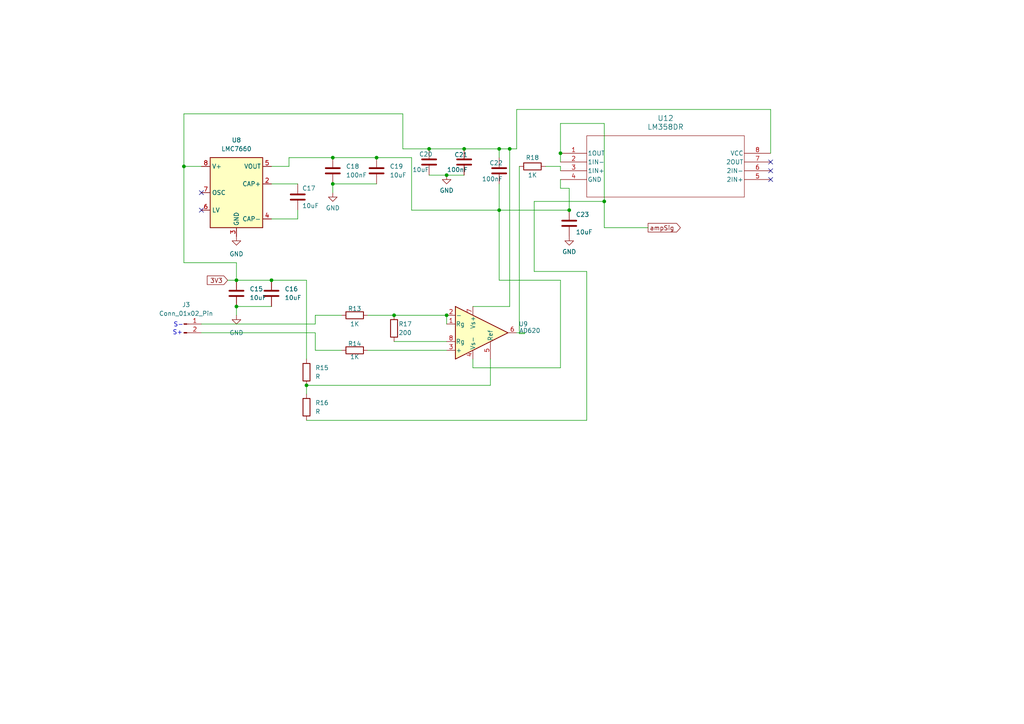
<source format=kicad_sch>
(kicad_sch (version 20230121) (generator eeschema)
  (paper "A4")
  (lib_symbols
    (symbol "Amplifier_Instrumentation:AD620" (pin_names (offset 0.127))
      (property "Reference" "U" (at 3.81 7.62 0))
      (property "Value" "AD620" (at 5.08 5.08 0))
      (symbol "AD620_0_1"
        (polyline (pts (xy -7.62 7.62) (xy -7.62 -7.62) (xy 7.62 0) (xy -7.62 7.62)) (stroke (width 0.254)) (fill (type background)))
      )
      (symbol "AD620_1_1"
        (pin passive line (at -10.16 2.54 0) (length 2.54) (name "Rg") (number "1"))
        (pin input line (at -10.16 5.08 0) (length 2.54) (name "-") (number "2"))
        (pin input line (at -10.16 -5.08 0) (length 2.54) (name "+") (number "3"))
        (pin power_in line (at -2.54 -7.62 90) (length 2.54) (name "Vs-") (number "4"))
        (pin passive line (at 2.54 -7.62 90) (length 5.08) (name "Ref") (number "5"))
        (pin output line (at 10.16 0 180) (length 2.54) (name "~") (number "6"))
        (pin power_in line (at -2.54 7.62 270) (length 2.54) (name "Vs+") (number "7"))
        (pin passive line (at -10.16 -2.54 0) (length 2.54) (name "Rg") (number "8"))
      )
    )
    (symbol "Connector:Conn_01x02_Pin" (pin_names (offset 1.016) hide)
      (property "Reference" "J" (at 0 2.54 0))
      (property "Value" "Conn_01x02_Pin" (at 0 -5.08 0))
      (symbol "Conn_01x02_Pin_1_1"
        (polyline (pts (xy 1.27 -2.54) (xy 0.8636 -2.54)) (stroke (width 0.1524)))
        (polyline (pts (xy 1.27 0) (xy 0.8636 0)) (stroke (width 0.1524)))
        (rectangle (start 0.8636 -2.413) (end 0 -2.667) (stroke (width 0.1524)) (fill (type outline)))
        (rectangle (start 0.8636 0.127) (end 0 -0.127) (stroke (width 0.1524)) (fill (type outline)))
        (pin passive line (at 5.08 0 180) (length 3.81) (name "Pin_1") (number "1"))
        (pin passive line (at 5.08 -2.54 180) (length 3.81) (name "Pin_2") (number "2"))
      )
    )
    (symbol "Device:C" (pin_numbers hide) (pin_names (offset 0.254))
      (property "Reference" "C" (at 0.635 2.54 0))
      (property "Value" "C" (at 0.635 -2.54 0))
      (symbol "C_0_1"
        (polyline (pts (xy -2.032 -0.762) (xy 2.032 -0.762)) (stroke (width 0.508)))
        (polyline (pts (xy -2.032 0.762) (xy 2.032 0.762)) (stroke (width 0.508)))
      )
      (symbol "C_1_1"
        (pin passive line (at 0 3.81 270) (length 2.794) (name "~") (number "1"))
        (pin passive line (at 0 -3.81 90) (length 2.794) (name "~") (number "2"))
      )
    )
    (symbol "Device:R" (pin_numbers hide) (pin_names (offset 0))
      (property "Reference" "R" (at 2.032 0 90))
      (property "Value" "R" (at 0 0 90))
      (symbol "R_0_1"
        (rectangle (start -1.016 -2.54) (end 1.016 2.54) (stroke (width 0.254)))
      )
      (symbol "R_1_1"
        (pin passive line (at 0 3.81 270) (length 1.27) (name "~") (number "1"))
        (pin passive line (at 0 -3.81 90) (length 1.27) (name "~") (number "2"))
      )
    )
    (symbol "Regulator_SwitchedCapacitor:LMC7660"
      (property "Reference" "U" (at -6.604 11.43 0))
      (property "Value" "LMC7660" (at 0 11.43 0))
      (symbol "LMC7660_0_1"
        (rectangle (start -7.62 10.16) (end 7.62 -10.16) (stroke (width 0.254)) (fill (type background)))
      )
      (symbol "LMC7660_1_1"
        (pin no_connect line (at -7.62 5.08 0) (length 2.54) hide (name "NC") (number "1"))
        (pin input line (at 10.16 2.54 180) (length 2.54) (name "CAP+") (number "2"))
        (pin power_in line (at 0 -12.7 90) (length 2.54) (name "GND") (number "3"))
        (pin input line (at 10.16 -7.62 180) (length 2.54) (name "CAP-") (number "4"))
        (pin power_out line (at 10.16 7.62 180) (length 2.54) (name "VOUT") (number "5"))
        (pin input line (at -10.16 -5.08 0) (length 2.54) (name "LV") (number "6"))
        (pin input line (at -10.16 0 0) (length 2.54) (name "OSC") (number "7"))
        (pin power_in line (at -10.16 7.62 0) (length 2.54) (name "V+") (number "8"))
      )
    )
    (symbol "lin_reg_lib:LM358DR" (pin_names (offset 0.254))
      (property "Reference" "U" (at 30.48 10.16 0))
      (property "Value" "LM358DR" (at 30.48 7.62 0))
      (symbol "LM358DR_0_1"
        (polyline (pts (xy 7.62 -12.7) (xy 53.34 -12.7)) (stroke (width 0.127)))
        (polyline (pts (xy 7.62 5.08) (xy 7.62 -12.7)) (stroke (width 0.127)))
        (polyline (pts (xy 53.34 -12.7) (xy 53.34 5.08)) (stroke (width 0.127)))
        (polyline (pts (xy 53.34 5.08) (xy 7.62 5.08)) (stroke (width 0.127)))
        (pin output line (at 0 0 0) (length 7.62) (name "1OUT") (number "1"))
        (pin input line (at 0 -2.54 0) (length 7.62) (name "1IN-") (number "2"))
        (pin input line (at 0 -5.08 0) (length 7.62) (name "1IN+") (number "3"))
        (pin power_in line (at 0 -7.62 0) (length 7.62) (name "GND") (number "4"))
        (pin input line (at 60.96 -7.62 180) (length 7.62) (name "2IN+") (number "5"))
        (pin input line (at 60.96 -5.08 180) (length 7.62) (name "2IN-") (number "6"))
        (pin output line (at 60.96 -2.54 180) (length 7.62) (name "2OUT") (number "7"))
        (pin power_in line (at 60.96 0 180) (length 7.62) (name "VCC") (number "8"))
      )
    )
    (symbol "power:GND" (power) (pin_names (offset 0))
      (property "Value" "GND" (at 0 -3.81 0))
      (symbol "GND_0_1"
        (polyline (pts (xy 0 0) (xy 0 -1.27) (xy 1.27 -1.27) (xy 0 -2.54) (xy -1.27 -1.27) (xy 0 -1.27)))
      )
      (symbol "GND_1_1"
        (pin power_in line (at 0 0 270) (length 0) hide (name "GND") (number "1"))
      )
    )
  )
  (junction (at 129.54 50.8))
  (junction (at 162.56 44.45))
  (junction (at 147.828 43.18))
  (junction (at 144.78 43.18))
  (junction (at 165.1 60.96))
  (junction (at 96.52 53.34))
  (junction (at 88.9 111.76))
  (junction (at 53.34 48.26))
  (junction (at 109.22 45.72))
  (junction (at 114.3 91.44))
  (junction (at 78.74 81.28))
  (junction (at 124.46 43.18))
  (junction (at 96.52 45.72))
  (junction (at 134.62 43.18))
  (junction (at 175.26 58.42))
  (junction (at 129.54 91.44))
  (junction (at 68.58 88.9))
  (junction (at 68.58 81.28))
  (junction (at 144.78 60.96))
  (no_connect (at 58.42 60.96))
  (no_connect (at 58.42 55.88))
  (no_connect (at 223.52 49.53))
  (no_connect (at 223.52 52.07))
  (no_connect (at 223.52 46.99))
  (wire (pts (xy 137.16 104.14) (xy 137.16 106.68)))
  (wire (pts (xy 68.58 81.28) (xy 78.74 81.28)))
  (wire (pts (xy 154.94 78.74) (xy 170.18 78.74)))
  (wire (pts (xy 119.38 45.72) (xy 109.22 45.72)))
  (wire (pts (xy 119.38 60.96) (xy 119.38 45.72)))
  (wire (pts (xy 96.52 45.72) (xy 109.22 45.72)))
  (wire (pts (xy 142.24 111.76) (xy 142.24 104.14)))
  (wire (pts (xy 175.26 58.42) (xy 175.26 66.04)))
  (wire (pts (xy 162.56 48.26) (xy 162.56 49.53)))
  (wire (pts (xy 78.74 81.28) (xy 88.9 81.28)))
  (wire (pts (xy 175.26 35.814) (xy 175.26 58.42)))
  (wire (pts (xy 53.34 48.26) (xy 53.34 33.02)))
  (wire (pts (xy 66.04 81.28) (xy 68.58 81.28)))
  (wire (pts (xy 83.82 45.72) (xy 83.82 48.26)))
  (wire (pts (xy 162.56 44.45) (xy 162.56 35.814)))
  (wire (pts (xy 116.84 33.02) (xy 116.84 43.18)))
  (wire (pts (xy 99.06 101.6) (xy 91.44 101.6)))
  (wire (pts (xy 88.9 81.28) (xy 88.9 104.14)))
  (wire (pts (xy 144.78 43.18) (xy 147.828 43.18)))
  (wire (pts (xy 106.68 101.6) (xy 129.54 101.6)))
  (wire (pts (xy 53.34 76.2) (xy 53.34 48.26)))
  (wire (pts (xy 170.18 78.74) (xy 170.18 121.92)))
  (wire (pts (xy 91.44 91.44) (xy 91.44 93.98)))
  (wire (pts (xy 124.46 50.8) (xy 129.54 50.8)))
  (wire (pts (xy 162.56 46.99) (xy 162.56 44.45)))
  (wire (pts (xy 223.52 44.45) (xy 223.52 31.75)))
  (wire (pts (xy 83.82 48.26) (xy 78.74 48.26)))
  (wire (pts (xy 91.44 101.6) (xy 91.44 96.52)))
  (wire (pts (xy 129.54 91.44) (xy 129.54 93.98)))
  (wire (pts (xy 144.78 43.18) (xy 134.62 43.18)))
  (wire (pts (xy 147.828 43.18) (xy 147.828 88.9)))
  (wire (pts (xy 96.52 45.72) (xy 83.82 45.72)))
  (wire (pts (xy 68.58 81.28) (xy 68.58 76.2)))
  (wire (pts (xy 86.36 63.5) (xy 78.74 63.5)))
  (wire (pts (xy 129.54 50.8) (xy 134.62 50.8)))
  (wire (pts (xy 154.94 58.42) (xy 175.26 58.42)))
  (wire (pts (xy 150.622 48.26) (xy 150.622 96.774)))
  (wire (pts (xy 96.52 53.34) (xy 96.52 55.88)))
  (wire (pts (xy 114.3 91.44) (xy 129.54 91.44)))
  (wire (pts (xy 150.622 96.774) (xy 152.146 96.774)))
  (wire (pts (xy 58.42 96.52) (xy 91.44 96.52)))
  (wire (pts (xy 86.36 60.96) (xy 86.36 63.5)))
  (wire (pts (xy 88.9 111.76) (xy 88.9 114.3)))
  (wire (pts (xy 137.16 88.9) (xy 147.828 88.9)))
  (wire (pts (xy 144.78 60.96) (xy 119.38 60.96)))
  (wire (pts (xy 68.58 88.9) (xy 68.58 91.44)))
  (wire (pts (xy 162.56 52.07) (xy 162.56 54.61)))
  (wire (pts (xy 152.146 96.774) (xy 152.146 96.52)))
  (wire (pts (xy 162.56 106.68) (xy 162.56 81.28)))
  (wire (pts (xy 58.42 93.98) (xy 91.44 93.98)))
  (wire (pts (xy 116.84 43.18) (xy 124.46 43.18)))
  (wire (pts (xy 149.86 31.75) (xy 223.52 31.75)))
  (wire (pts (xy 88.9 111.76) (xy 142.24 111.76)))
  (wire (pts (xy 147.828 43.18) (xy 149.86 43.18)))
  (wire (pts (xy 86.36 53.34) (xy 78.74 53.34)))
  (wire (pts (xy 144.78 81.28) (xy 144.78 60.96)))
  (wire (pts (xy 96.52 53.34) (xy 109.22 53.34)))
  (wire (pts (xy 114.3 99.06) (xy 129.54 99.06)))
  (wire (pts (xy 175.26 66.04) (xy 187.96 66.04)))
  (wire (pts (xy 162.56 81.28) (xy 144.78 81.28)))
  (wire (pts (xy 124.46 43.18) (xy 134.62 43.18)))
  (wire (pts (xy 149.86 31.75) (xy 149.86 43.18)))
  (wire (pts (xy 162.56 54.61) (xy 165.1 54.61)))
  (wire (pts (xy 68.58 88.9) (xy 78.74 88.9)))
  (wire (pts (xy 152.146 96.52) (xy 149.86 96.52)))
  (wire (pts (xy 58.42 48.26) (xy 53.34 48.26)))
  (wire (pts (xy 99.06 91.44) (xy 91.44 91.44)))
  (wire (pts (xy 154.94 58.42) (xy 154.94 78.74)))
  (wire (pts (xy 53.34 33.02) (xy 116.84 33.02)))
  (wire (pts (xy 144.78 45.72) (xy 144.78 43.18)))
  (wire (pts (xy 170.18 121.92) (xy 88.9 121.92)))
  (wire (pts (xy 162.56 35.814) (xy 175.26 35.814)))
  (wire (pts (xy 106.68 91.44) (xy 114.3 91.44)))
  (wire (pts (xy 137.16 106.68) (xy 162.56 106.68)))
  (wire (pts (xy 68.58 76.2) (xy 53.34 76.2)))
  (wire (pts (xy 144.78 53.34) (xy 144.78 60.96)))
  (wire (pts (xy 158.242 48.26) (xy 162.56 48.26)))
  (wire (pts (xy 165.1 60.96) (xy 144.78 60.96)))
  (wire (pts (xy 165.1 54.61) (xy 165.1 60.96)))
  (text "S+" (at 50.038 97.282 0) (effects (font (size 1.27 1.27)) (justify left bottom)))
  (text "S-" (at 50.292 94.996 0) (effects (font (size 1.27 1.27)) (justify left bottom)))
  (global_label "3V3" (shape input) (at 66.04 81.28 180) (property "Intersheetrefs" "${INTERSHEET_REFS}" (at 59.5472 81.28 0) (effects (justify right))))
  (global_label "ampSig" (shape output) (at 187.96 66.04 0) (property "Intersheetrefs" "${INTERSHEET_REFS}" (at 197.8998 66.04 0) (effects (justify left))))
  (symbol (lib_id "Device:C") (at 144.78 49.53 0) (unit 1)
    (property "Reference" "C22" (at 141.9352 47.2694 0) (effects (justify left)))
    (property "Value" "100nF" (at 139.7508 51.9176 0) (effects (justify left)))
    (property "Footprint" "Capacitor_SMD:C_0603_1608Metric" (effects hide))
    (instances (project "5.2_5V" (path "" (reference "C22") (unit 1))) (project "opamp" (path "" (reference "C7") (unit 1))))
  )
  (symbol (lib_id "Device:R") (at 88.9 107.95 0) (unit 1)
    (property "Reference" "R15" (at 91.44 106.68 0) (effects (justify left)))
    (property "Value" "R" (at 91.44 109.22 0) (effects (justify left)))
    (property "Footprint" "Resistor_SMD:R_1206_3216Metric" (effects hide))
    (instances (project "5.2_5V" (path "" (reference "R15") (unit 1))) (project "opamp" (path "" (reference "R5") (unit 1))))
  )
  (symbol (lib_id "Device:C") (at 134.62 46.99 0) (unit 1)
    (property "Reference" "C21" (at 131.7752 44.9072 0) (effects (justify left)))
    (property "Value" "100nF" (at 129.6162 49.2252 0) (effects (justify left)))
    (property "Footprint" "Capacitor_SMD:C_0603_1608Metric" (effects hide))
    (instances (project "5.2_5V" (path "" (reference "C21") (unit 1))) (project "opamp" (path "" (reference "C4") (unit 1))))
  )
  (symbol (lib_id "Device:C") (at 86.36 57.15 0) (unit 1)
    (property "Reference" "C17" (at 87.63 54.61 0) (effects (justify left)))
    (property "Value" "10uF" (at 87.63 59.69 0) (effects (justify left)))
    (property "Footprint" "Capacitor_SMD:C_0603_1608Metric" (effects hide))
    (instances (project "5.2_5V" (path "" (reference "C17") (unit 1))) (project "opamp" (path "" (reference "C1") (unit 1))))
  )
  (symbol (lib_id "power:GND") (at 165.1 68.58 0) (unit 1)
    (property "Reference" "#PWR07" (effects hide))
    (property "Value" "GND" (at 165.1 73.025 0))
  )
  (symbol (lib_id "Connector:Conn_01x02_Pin") (at 53.34 93.98 0) (unit 1)
    (property "Reference" "J3" (at 53.975 88.392 0))
    (property "Value" "Conn_01x02_Pin" (at 53.975 90.932 0))
  )
  (symbol (lib_id "Device:R") (at 102.87 101.6 90) (unit 1)
    (property "Reference" "R14" (at 102.87 99.695 90))
    (property "Value" "1K" (at 102.87 103.505 90))
    (property "Footprint" "Resistor_SMD:R_0603_1608Metric" (effects hide))
    (instances (project "5.2_5V" (path "" (reference "R14") (unit 1))) (project "opamp" (path "" (reference "R2") (unit 1))))
  )
  (symbol (lib_id "Device:R") (at 102.87 91.44 90) (unit 1)
    (property "Reference" "R13" (at 102.87 89.535 90))
    (property "Value" "1K" (at 102.87 93.98 90))
    (property "Footprint" "Resistor_SMD:R_0603_1608Metric" (effects hide))
    (instances (project "5.2_5V" (path "" (reference "R13") (unit 1))) (project "opamp" (path "" (reference "R1") (unit 1))))
  )
  (symbol (lib_id "Device:R") (at 114.3 95.25 0) (unit 1)
    (property "Reference" "R17" (at 115.57 93.98 0) (effects (justify left)))
    (property "Value" "200" (at 115.57 96.52 0) (effects (justify left)))
    (property "Footprint" "Resistor_SMD:R_0603_1608Metric" (effects hide))
    (instances (project "5.2_5V" (path "" (reference "R17") (unit 1))) (project "opamp" (path "" (reference "R6") (unit 1))))
  )
  (symbol (lib_id "Amplifier_Instrumentation:AD620") (at 139.7 96.52 0) (unit 1)
    (property "Reference" "U9" (at 151.765 93.98 0))
    (property "Value" "AD620" (at 153.67 95.885 0))
    (property "Footprint" "lin_reg_lib:R_8_ADI_AD620ARZ" (effects hide))
    (property "Datasheet" "https://www.analog.com/media/en/technical-documentation/data-sheets/AD620.pdf" (effects hide))
    (instances (project "5.2_5V" (path "" (reference "U9") (unit 1))) (project "opamp" (path "" (reference "U1") (unit 1))))
  )
  (symbol (lib_id "Device:C") (at 78.74 85.09 0) (unit 1)
    (property "Reference" "C16" (at 82.55 83.82 0) (effects (justify left)))
    (property "Value" "10uF" (at 82.55 86.36 0) (effects (justify left)))
    (property "Footprint" "Capacitor_SMD:C_0603_1608Metric" (effects hide))
    (instances (project "5.2_5V" (path "" (reference "C16") (unit 1))) (project "opamp" (path "" (reference "C8") (unit 1))))
  )
  (symbol (lib_id "Regulator_SwitchedCapacitor:LMC7660") (at 68.58 55.88 0) (unit 1)
    (property "Reference" "U8" (at 68.58 40.64 0))
    (property "Value" "LMC7660" (at 68.58 43.18 0))
    (property "Footprint" "lin_reg_lib:SOIC127P600X175-8N" (effects hide))
    (property "Datasheet" "http://www.ti.com/lit/ds/symlink/lmc7660.pdf" (effects hide))
    (instances (project "5.2_5V" (path "" (reference "U8") (unit 1))) (project "opamp" (path "" (reference "U2") (unit 1))))
  )
  (symbol (lib_id "Device:C") (at 96.52 49.53 0) (unit 1)
    (property "Reference" "C18" (at 100.33 48.26 0) (effects (justify left)))
    (property "Value" "100nF" (at 100.33 50.8 0) (effects (justify left)))
    (property "Footprint" "Capacitor_SMD:C_0603_1608Metric" (effects hide))
    (instances (project "5.2_5V" (path "" (reference "C18") (unit 1))) (project "opamp" (path "" (reference "C5") (unit 1))))
  )
  (symbol (lib_id "Device:C") (at 165.1 64.77 0) (unit 1)
    (property "Reference" "C23" (at 167.005 62.23 0) (effects (justify left)))
    (property "Value" "10uF" (at 167.005 67.31 0) (effects (justify left)))
    (property "Footprint" "Capacitor_SMD:C_0603_1608Metric" (effects hide))
    (instances (project "5.2_5V" (path "" (reference "C23") (unit 1))) (project "opamp" (path "" (reference "C6") (unit 1))))
  )
  (symbol (lib_id "power:GND") (at 129.54 50.8 0) (unit 1)
    (property "Reference" "#PWR01" (effects hide))
    (property "Value" "GND" (at 129.54 55.245 0))
  )
  (symbol (lib_id "Device:C") (at 109.22 49.53 0) (unit 1)
    (property "Reference" "C19" (at 113.03 48.26 0) (effects (justify left)))
    (property "Value" "10uF" (at 113.03 50.8 0) (effects (justify left)))
    (property "Footprint" "Capacitor_SMD:C_0603_1608Metric" (effects hide))
    (instances (project "5.2_5V" (path "" (reference "C19") (unit 1))) (project "opamp" (path "" (reference "C3") (unit 1))))
  )
  (symbol (lib_id "power:GND") (at 68.58 68.58 0) (unit 1)
    (property "Reference" "#PWR02" (effects hide))
    (property "Value" "GND" (at 68.58 73.66 0))
  )
  (symbol (lib_id "Device:C") (at 68.58 85.09 0) (unit 1)
    (property "Reference" "C15" (at 72.39 83.82 0) (effects (justify left)))
    (property "Value" "10uF" (at 72.39 86.36 0) (effects (justify left)))
    (property "Footprint" "Capacitor_SMD:C_0603_1608Metric" (effects hide))
    (instances (project "5.2_5V" (path "" (reference "C15") (unit 1))) (project "opamp" (path "" (reference "C9") (unit 1))))
  )
  (symbol (lib_id "power:GND") (at 96.52 55.88 0) (unit 1)
    (property "Reference" "#PWR04" (effects hide))
    (property "Value" "GND" (at 96.52 60.325 0))
  )
  (symbol (lib_id "Device:R") (at 88.9 118.11 0) (unit 1)
    (property "Reference" "R16" (at 91.44 116.84 0) (effects (justify left)))
    (property "Value" "R" (at 91.44 119.38 0) (effects (justify left)))
    (property "Footprint" "Resistor_SMD:R_1206_3216Metric" (effects hide))
    (instances (project "5.2_5V" (path "" (reference "R16") (unit 1))) (project "opamp" (path "" (reference "R3") (unit 1))))
  )
  (symbol (lib_id "power:GND") (at 68.58 91.44 0) (unit 1)
    (property "Reference" "#PWR03" (effects hide))
    (property "Value" "GND" (at 68.58 96.52 0))
  )
  (symbol (lib_id "Device:R") (at 154.432 48.26 90) (unit 1)
    (property "Reference" "R18" (at 154.432 45.72 90))
    (property "Value" "1K" (at 154.432 50.8 90))
    (property "Footprint" "Resistor_SMD:R_0603_1608Metric" (effects hide))
    (instances (project "5.2_5V" (path "" (reference "R18") (unit 1))) (project "opamp" (path "" (reference "R4") (unit 1))))
  )
  (symbol (lib_id "Device:C") (at 124.46 46.99 0) (unit 1)
    (property "Reference" "C20" (at 121.539 44.7294 0) (effects (justify left)))
    (property "Value" "10uF" (at 119.6086 49.2252 0) (effects (justify left)))
    (property "Footprint" "Capacitor_SMD:C_0603_1608Metric" (effects hide))
    (instances (project "5.2_5V" (path "" (reference "C20") (unit 1))) (project "opamp" (path "" (reference "C2") (unit 1))))
  )
  (symbol (lib_id "lin_reg_lib:LM358DR") (at 162.56 44.45 0) (unit 1)
    (property "Reference" "U12" (at 193.04 34.29 0) (effects (font (size 1.524 1.524))))
    (property "Value" "LM358DR" (at 193.04 36.83 0) (effects (font (size 1.524 1.524))))
    (property "Footprint" "lin_reg_lib:LM358DR" (effects hide))
    (property "Datasheet" "LM358DR" (effects hide))
  )
)
</source>
